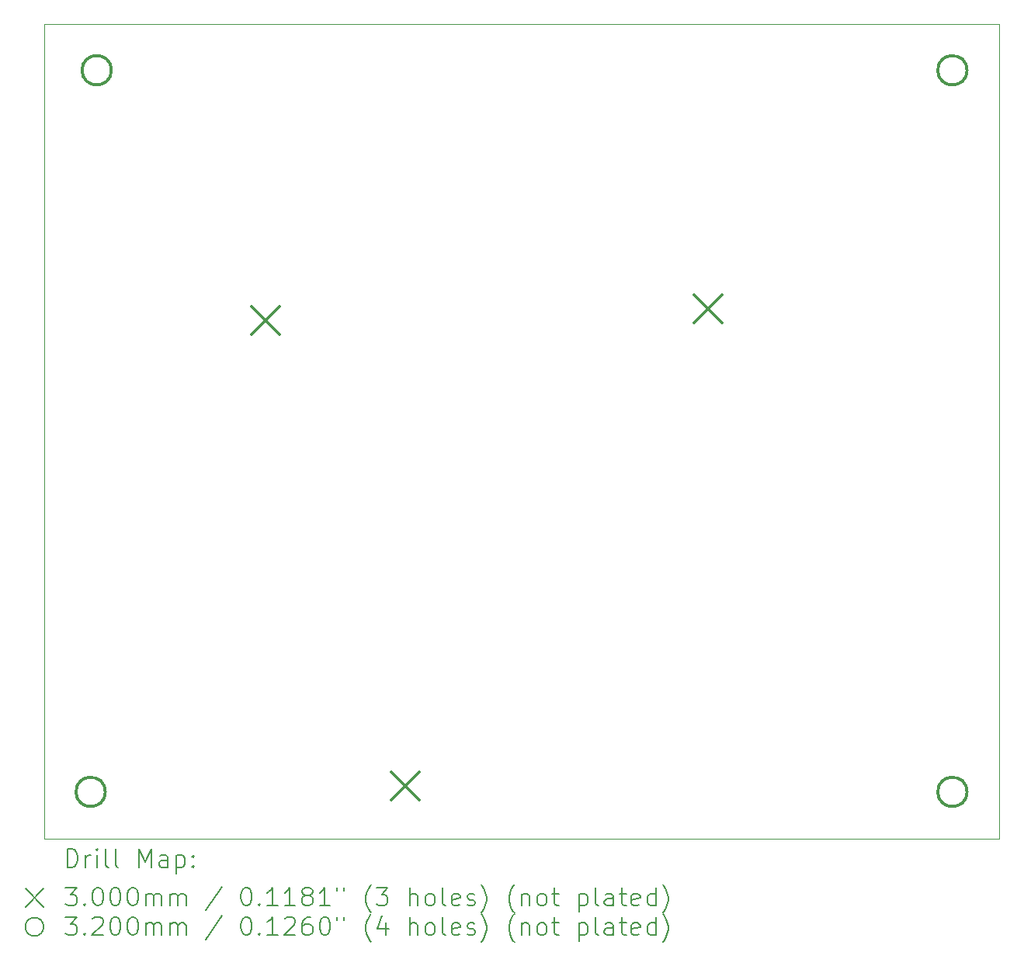
<source format=gbr>
%TF.GenerationSoftware,KiCad,Pcbnew,(6.0.11)*%
%TF.CreationDate,2023-03-04T13:30:12-06:00*%
%TF.ProjectId,STM,53544d2e-6b69-4636-9164-5f7063625858,rev?*%
%TF.SameCoordinates,Original*%
%TF.FileFunction,Drillmap*%
%TF.FilePolarity,Positive*%
%FSLAX45Y45*%
G04 Gerber Fmt 4.5, Leading zero omitted, Abs format (unit mm)*
G04 Created by KiCad (PCBNEW (6.0.11)) date 2023-03-04 13:30:12*
%MOMM*%
%LPD*%
G01*
G04 APERTURE LIST*
%ADD10C,0.100000*%
%ADD11C,0.200000*%
%ADD12C,0.300000*%
%ADD13C,0.320000*%
G04 APERTURE END LIST*
D10*
X15748000Y-14478000D02*
X15748000Y-5588000D01*
X15748000Y-5588000D02*
X5334000Y-5588000D01*
X5334000Y-14478000D02*
X15748000Y-14478000D01*
X5334000Y-5588000D02*
X5334000Y-14478000D01*
D11*
D12*
X7597000Y-8678000D02*
X7897000Y-8978000D01*
X7897000Y-8678000D02*
X7597000Y-8978000D01*
X9121000Y-13758000D02*
X9421000Y-14058000D01*
X9421000Y-13758000D02*
X9121000Y-14058000D01*
X12423000Y-8551000D02*
X12723000Y-8851000D01*
X12723000Y-8551000D02*
X12423000Y-8851000D01*
D13*
X6002000Y-13970000D02*
G75*
G03*
X6002000Y-13970000I-160000J0D01*
G01*
X6068000Y-6096000D02*
G75*
G03*
X6068000Y-6096000I-160000J0D01*
G01*
X15400000Y-6096000D02*
G75*
G03*
X15400000Y-6096000I-160000J0D01*
G01*
X15400000Y-13970000D02*
G75*
G03*
X15400000Y-13970000I-160000J0D01*
G01*
D11*
X5586619Y-14793476D02*
X5586619Y-14593476D01*
X5634238Y-14593476D01*
X5662809Y-14603000D01*
X5681857Y-14622048D01*
X5691381Y-14641095D01*
X5700905Y-14679190D01*
X5700905Y-14707762D01*
X5691381Y-14745857D01*
X5681857Y-14764905D01*
X5662809Y-14783952D01*
X5634238Y-14793476D01*
X5586619Y-14793476D01*
X5786619Y-14793476D02*
X5786619Y-14660143D01*
X5786619Y-14698238D02*
X5796143Y-14679190D01*
X5805667Y-14669667D01*
X5824714Y-14660143D01*
X5843762Y-14660143D01*
X5910428Y-14793476D02*
X5910428Y-14660143D01*
X5910428Y-14593476D02*
X5900905Y-14603000D01*
X5910428Y-14612524D01*
X5919952Y-14603000D01*
X5910428Y-14593476D01*
X5910428Y-14612524D01*
X6034238Y-14793476D02*
X6015190Y-14783952D01*
X6005667Y-14764905D01*
X6005667Y-14593476D01*
X6139000Y-14793476D02*
X6119952Y-14783952D01*
X6110428Y-14764905D01*
X6110428Y-14593476D01*
X6367571Y-14793476D02*
X6367571Y-14593476D01*
X6434238Y-14736333D01*
X6500905Y-14593476D01*
X6500905Y-14793476D01*
X6681857Y-14793476D02*
X6681857Y-14688714D01*
X6672333Y-14669667D01*
X6653286Y-14660143D01*
X6615190Y-14660143D01*
X6596143Y-14669667D01*
X6681857Y-14783952D02*
X6662809Y-14793476D01*
X6615190Y-14793476D01*
X6596143Y-14783952D01*
X6586619Y-14764905D01*
X6586619Y-14745857D01*
X6596143Y-14726809D01*
X6615190Y-14717286D01*
X6662809Y-14717286D01*
X6681857Y-14707762D01*
X6777095Y-14660143D02*
X6777095Y-14860143D01*
X6777095Y-14669667D02*
X6796143Y-14660143D01*
X6834238Y-14660143D01*
X6853286Y-14669667D01*
X6862809Y-14679190D01*
X6872333Y-14698238D01*
X6872333Y-14755381D01*
X6862809Y-14774428D01*
X6853286Y-14783952D01*
X6834238Y-14793476D01*
X6796143Y-14793476D01*
X6777095Y-14783952D01*
X6958048Y-14774428D02*
X6967571Y-14783952D01*
X6958048Y-14793476D01*
X6948524Y-14783952D01*
X6958048Y-14774428D01*
X6958048Y-14793476D01*
X6958048Y-14669667D02*
X6967571Y-14679190D01*
X6958048Y-14688714D01*
X6948524Y-14679190D01*
X6958048Y-14669667D01*
X6958048Y-14688714D01*
X5129000Y-15023000D02*
X5329000Y-15223000D01*
X5329000Y-15023000D02*
X5129000Y-15223000D01*
X5567571Y-15013476D02*
X5691381Y-15013476D01*
X5624714Y-15089667D01*
X5653286Y-15089667D01*
X5672333Y-15099190D01*
X5681857Y-15108714D01*
X5691381Y-15127762D01*
X5691381Y-15175381D01*
X5681857Y-15194428D01*
X5672333Y-15203952D01*
X5653286Y-15213476D01*
X5596143Y-15213476D01*
X5577095Y-15203952D01*
X5567571Y-15194428D01*
X5777095Y-15194428D02*
X5786619Y-15203952D01*
X5777095Y-15213476D01*
X5767571Y-15203952D01*
X5777095Y-15194428D01*
X5777095Y-15213476D01*
X5910428Y-15013476D02*
X5929476Y-15013476D01*
X5948524Y-15023000D01*
X5958048Y-15032524D01*
X5967571Y-15051571D01*
X5977095Y-15089667D01*
X5977095Y-15137286D01*
X5967571Y-15175381D01*
X5958048Y-15194428D01*
X5948524Y-15203952D01*
X5929476Y-15213476D01*
X5910428Y-15213476D01*
X5891381Y-15203952D01*
X5881857Y-15194428D01*
X5872333Y-15175381D01*
X5862809Y-15137286D01*
X5862809Y-15089667D01*
X5872333Y-15051571D01*
X5881857Y-15032524D01*
X5891381Y-15023000D01*
X5910428Y-15013476D01*
X6100905Y-15013476D02*
X6119952Y-15013476D01*
X6139000Y-15023000D01*
X6148524Y-15032524D01*
X6158048Y-15051571D01*
X6167571Y-15089667D01*
X6167571Y-15137286D01*
X6158048Y-15175381D01*
X6148524Y-15194428D01*
X6139000Y-15203952D01*
X6119952Y-15213476D01*
X6100905Y-15213476D01*
X6081857Y-15203952D01*
X6072333Y-15194428D01*
X6062809Y-15175381D01*
X6053286Y-15137286D01*
X6053286Y-15089667D01*
X6062809Y-15051571D01*
X6072333Y-15032524D01*
X6081857Y-15023000D01*
X6100905Y-15013476D01*
X6291381Y-15013476D02*
X6310428Y-15013476D01*
X6329476Y-15023000D01*
X6339000Y-15032524D01*
X6348524Y-15051571D01*
X6358048Y-15089667D01*
X6358048Y-15137286D01*
X6348524Y-15175381D01*
X6339000Y-15194428D01*
X6329476Y-15203952D01*
X6310428Y-15213476D01*
X6291381Y-15213476D01*
X6272333Y-15203952D01*
X6262809Y-15194428D01*
X6253286Y-15175381D01*
X6243762Y-15137286D01*
X6243762Y-15089667D01*
X6253286Y-15051571D01*
X6262809Y-15032524D01*
X6272333Y-15023000D01*
X6291381Y-15013476D01*
X6443762Y-15213476D02*
X6443762Y-15080143D01*
X6443762Y-15099190D02*
X6453286Y-15089667D01*
X6472333Y-15080143D01*
X6500905Y-15080143D01*
X6519952Y-15089667D01*
X6529476Y-15108714D01*
X6529476Y-15213476D01*
X6529476Y-15108714D02*
X6539000Y-15089667D01*
X6558048Y-15080143D01*
X6586619Y-15080143D01*
X6605667Y-15089667D01*
X6615190Y-15108714D01*
X6615190Y-15213476D01*
X6710428Y-15213476D02*
X6710428Y-15080143D01*
X6710428Y-15099190D02*
X6719952Y-15089667D01*
X6739000Y-15080143D01*
X6767571Y-15080143D01*
X6786619Y-15089667D01*
X6796143Y-15108714D01*
X6796143Y-15213476D01*
X6796143Y-15108714D02*
X6805667Y-15089667D01*
X6824714Y-15080143D01*
X6853286Y-15080143D01*
X6872333Y-15089667D01*
X6881857Y-15108714D01*
X6881857Y-15213476D01*
X7272333Y-15003952D02*
X7100905Y-15261095D01*
X7529476Y-15013476D02*
X7548524Y-15013476D01*
X7567571Y-15023000D01*
X7577095Y-15032524D01*
X7586619Y-15051571D01*
X7596143Y-15089667D01*
X7596143Y-15137286D01*
X7586619Y-15175381D01*
X7577095Y-15194428D01*
X7567571Y-15203952D01*
X7548524Y-15213476D01*
X7529476Y-15213476D01*
X7510428Y-15203952D01*
X7500905Y-15194428D01*
X7491381Y-15175381D01*
X7481857Y-15137286D01*
X7481857Y-15089667D01*
X7491381Y-15051571D01*
X7500905Y-15032524D01*
X7510428Y-15023000D01*
X7529476Y-15013476D01*
X7681857Y-15194428D02*
X7691381Y-15203952D01*
X7681857Y-15213476D01*
X7672333Y-15203952D01*
X7681857Y-15194428D01*
X7681857Y-15213476D01*
X7881857Y-15213476D02*
X7767571Y-15213476D01*
X7824714Y-15213476D02*
X7824714Y-15013476D01*
X7805667Y-15042048D01*
X7786619Y-15061095D01*
X7767571Y-15070619D01*
X8072333Y-15213476D02*
X7958048Y-15213476D01*
X8015190Y-15213476D02*
X8015190Y-15013476D01*
X7996143Y-15042048D01*
X7977095Y-15061095D01*
X7958048Y-15070619D01*
X8186619Y-15099190D02*
X8167571Y-15089667D01*
X8158048Y-15080143D01*
X8148524Y-15061095D01*
X8148524Y-15051571D01*
X8158048Y-15032524D01*
X8167571Y-15023000D01*
X8186619Y-15013476D01*
X8224714Y-15013476D01*
X8243762Y-15023000D01*
X8253286Y-15032524D01*
X8262809Y-15051571D01*
X8262809Y-15061095D01*
X8253286Y-15080143D01*
X8243762Y-15089667D01*
X8224714Y-15099190D01*
X8186619Y-15099190D01*
X8167571Y-15108714D01*
X8158048Y-15118238D01*
X8148524Y-15137286D01*
X8148524Y-15175381D01*
X8158048Y-15194428D01*
X8167571Y-15203952D01*
X8186619Y-15213476D01*
X8224714Y-15213476D01*
X8243762Y-15203952D01*
X8253286Y-15194428D01*
X8262809Y-15175381D01*
X8262809Y-15137286D01*
X8253286Y-15118238D01*
X8243762Y-15108714D01*
X8224714Y-15099190D01*
X8453286Y-15213476D02*
X8339000Y-15213476D01*
X8396143Y-15213476D02*
X8396143Y-15013476D01*
X8377095Y-15042048D01*
X8358048Y-15061095D01*
X8339000Y-15070619D01*
X8529476Y-15013476D02*
X8529476Y-15051571D01*
X8605667Y-15013476D02*
X8605667Y-15051571D01*
X8900905Y-15289667D02*
X8891381Y-15280143D01*
X8872333Y-15251571D01*
X8862810Y-15232524D01*
X8853286Y-15203952D01*
X8843762Y-15156333D01*
X8843762Y-15118238D01*
X8853286Y-15070619D01*
X8862810Y-15042048D01*
X8872333Y-15023000D01*
X8891381Y-14994428D01*
X8900905Y-14984905D01*
X8958048Y-15013476D02*
X9081857Y-15013476D01*
X9015190Y-15089667D01*
X9043762Y-15089667D01*
X9062810Y-15099190D01*
X9072333Y-15108714D01*
X9081857Y-15127762D01*
X9081857Y-15175381D01*
X9072333Y-15194428D01*
X9062810Y-15203952D01*
X9043762Y-15213476D01*
X8986619Y-15213476D01*
X8967571Y-15203952D01*
X8958048Y-15194428D01*
X9319952Y-15213476D02*
X9319952Y-15013476D01*
X9405667Y-15213476D02*
X9405667Y-15108714D01*
X9396143Y-15089667D01*
X9377095Y-15080143D01*
X9348524Y-15080143D01*
X9329476Y-15089667D01*
X9319952Y-15099190D01*
X9529476Y-15213476D02*
X9510429Y-15203952D01*
X9500905Y-15194428D01*
X9491381Y-15175381D01*
X9491381Y-15118238D01*
X9500905Y-15099190D01*
X9510429Y-15089667D01*
X9529476Y-15080143D01*
X9558048Y-15080143D01*
X9577095Y-15089667D01*
X9586619Y-15099190D01*
X9596143Y-15118238D01*
X9596143Y-15175381D01*
X9586619Y-15194428D01*
X9577095Y-15203952D01*
X9558048Y-15213476D01*
X9529476Y-15213476D01*
X9710429Y-15213476D02*
X9691381Y-15203952D01*
X9681857Y-15184905D01*
X9681857Y-15013476D01*
X9862810Y-15203952D02*
X9843762Y-15213476D01*
X9805667Y-15213476D01*
X9786619Y-15203952D01*
X9777095Y-15184905D01*
X9777095Y-15108714D01*
X9786619Y-15089667D01*
X9805667Y-15080143D01*
X9843762Y-15080143D01*
X9862810Y-15089667D01*
X9872333Y-15108714D01*
X9872333Y-15127762D01*
X9777095Y-15146809D01*
X9948524Y-15203952D02*
X9967571Y-15213476D01*
X10005667Y-15213476D01*
X10024714Y-15203952D01*
X10034238Y-15184905D01*
X10034238Y-15175381D01*
X10024714Y-15156333D01*
X10005667Y-15146809D01*
X9977095Y-15146809D01*
X9958048Y-15137286D01*
X9948524Y-15118238D01*
X9948524Y-15108714D01*
X9958048Y-15089667D01*
X9977095Y-15080143D01*
X10005667Y-15080143D01*
X10024714Y-15089667D01*
X10100905Y-15289667D02*
X10110429Y-15280143D01*
X10129476Y-15251571D01*
X10139000Y-15232524D01*
X10148524Y-15203952D01*
X10158048Y-15156333D01*
X10158048Y-15118238D01*
X10148524Y-15070619D01*
X10139000Y-15042048D01*
X10129476Y-15023000D01*
X10110429Y-14994428D01*
X10100905Y-14984905D01*
X10462810Y-15289667D02*
X10453286Y-15280143D01*
X10434238Y-15251571D01*
X10424714Y-15232524D01*
X10415190Y-15203952D01*
X10405667Y-15156333D01*
X10405667Y-15118238D01*
X10415190Y-15070619D01*
X10424714Y-15042048D01*
X10434238Y-15023000D01*
X10453286Y-14994428D01*
X10462810Y-14984905D01*
X10539000Y-15080143D02*
X10539000Y-15213476D01*
X10539000Y-15099190D02*
X10548524Y-15089667D01*
X10567571Y-15080143D01*
X10596143Y-15080143D01*
X10615190Y-15089667D01*
X10624714Y-15108714D01*
X10624714Y-15213476D01*
X10748524Y-15213476D02*
X10729476Y-15203952D01*
X10719952Y-15194428D01*
X10710429Y-15175381D01*
X10710429Y-15118238D01*
X10719952Y-15099190D01*
X10729476Y-15089667D01*
X10748524Y-15080143D01*
X10777095Y-15080143D01*
X10796143Y-15089667D01*
X10805667Y-15099190D01*
X10815190Y-15118238D01*
X10815190Y-15175381D01*
X10805667Y-15194428D01*
X10796143Y-15203952D01*
X10777095Y-15213476D01*
X10748524Y-15213476D01*
X10872333Y-15080143D02*
X10948524Y-15080143D01*
X10900905Y-15013476D02*
X10900905Y-15184905D01*
X10910429Y-15203952D01*
X10929476Y-15213476D01*
X10948524Y-15213476D01*
X11167571Y-15080143D02*
X11167571Y-15280143D01*
X11167571Y-15089667D02*
X11186619Y-15080143D01*
X11224714Y-15080143D01*
X11243762Y-15089667D01*
X11253286Y-15099190D01*
X11262809Y-15118238D01*
X11262809Y-15175381D01*
X11253286Y-15194428D01*
X11243762Y-15203952D01*
X11224714Y-15213476D01*
X11186619Y-15213476D01*
X11167571Y-15203952D01*
X11377095Y-15213476D02*
X11358048Y-15203952D01*
X11348524Y-15184905D01*
X11348524Y-15013476D01*
X11539000Y-15213476D02*
X11539000Y-15108714D01*
X11529476Y-15089667D01*
X11510428Y-15080143D01*
X11472333Y-15080143D01*
X11453286Y-15089667D01*
X11539000Y-15203952D02*
X11519952Y-15213476D01*
X11472333Y-15213476D01*
X11453286Y-15203952D01*
X11443762Y-15184905D01*
X11443762Y-15165857D01*
X11453286Y-15146809D01*
X11472333Y-15137286D01*
X11519952Y-15137286D01*
X11539000Y-15127762D01*
X11605667Y-15080143D02*
X11681857Y-15080143D01*
X11634238Y-15013476D02*
X11634238Y-15184905D01*
X11643762Y-15203952D01*
X11662809Y-15213476D01*
X11681857Y-15213476D01*
X11824714Y-15203952D02*
X11805667Y-15213476D01*
X11767571Y-15213476D01*
X11748524Y-15203952D01*
X11739000Y-15184905D01*
X11739000Y-15108714D01*
X11748524Y-15089667D01*
X11767571Y-15080143D01*
X11805667Y-15080143D01*
X11824714Y-15089667D01*
X11834238Y-15108714D01*
X11834238Y-15127762D01*
X11739000Y-15146809D01*
X12005667Y-15213476D02*
X12005667Y-15013476D01*
X12005667Y-15203952D02*
X11986619Y-15213476D01*
X11948524Y-15213476D01*
X11929476Y-15203952D01*
X11919952Y-15194428D01*
X11910428Y-15175381D01*
X11910428Y-15118238D01*
X11919952Y-15099190D01*
X11929476Y-15089667D01*
X11948524Y-15080143D01*
X11986619Y-15080143D01*
X12005667Y-15089667D01*
X12081857Y-15289667D02*
X12091381Y-15280143D01*
X12110428Y-15251571D01*
X12119952Y-15232524D01*
X12129476Y-15203952D01*
X12139000Y-15156333D01*
X12139000Y-15118238D01*
X12129476Y-15070619D01*
X12119952Y-15042048D01*
X12110428Y-15023000D01*
X12091381Y-14994428D01*
X12081857Y-14984905D01*
X5329000Y-15443000D02*
G75*
G03*
X5329000Y-15443000I-100000J0D01*
G01*
X5567571Y-15333476D02*
X5691381Y-15333476D01*
X5624714Y-15409667D01*
X5653286Y-15409667D01*
X5672333Y-15419190D01*
X5681857Y-15428714D01*
X5691381Y-15447762D01*
X5691381Y-15495381D01*
X5681857Y-15514428D01*
X5672333Y-15523952D01*
X5653286Y-15533476D01*
X5596143Y-15533476D01*
X5577095Y-15523952D01*
X5567571Y-15514428D01*
X5777095Y-15514428D02*
X5786619Y-15523952D01*
X5777095Y-15533476D01*
X5767571Y-15523952D01*
X5777095Y-15514428D01*
X5777095Y-15533476D01*
X5862809Y-15352524D02*
X5872333Y-15343000D01*
X5891381Y-15333476D01*
X5939000Y-15333476D01*
X5958048Y-15343000D01*
X5967571Y-15352524D01*
X5977095Y-15371571D01*
X5977095Y-15390619D01*
X5967571Y-15419190D01*
X5853286Y-15533476D01*
X5977095Y-15533476D01*
X6100905Y-15333476D02*
X6119952Y-15333476D01*
X6139000Y-15343000D01*
X6148524Y-15352524D01*
X6158048Y-15371571D01*
X6167571Y-15409667D01*
X6167571Y-15457286D01*
X6158048Y-15495381D01*
X6148524Y-15514428D01*
X6139000Y-15523952D01*
X6119952Y-15533476D01*
X6100905Y-15533476D01*
X6081857Y-15523952D01*
X6072333Y-15514428D01*
X6062809Y-15495381D01*
X6053286Y-15457286D01*
X6053286Y-15409667D01*
X6062809Y-15371571D01*
X6072333Y-15352524D01*
X6081857Y-15343000D01*
X6100905Y-15333476D01*
X6291381Y-15333476D02*
X6310428Y-15333476D01*
X6329476Y-15343000D01*
X6339000Y-15352524D01*
X6348524Y-15371571D01*
X6358048Y-15409667D01*
X6358048Y-15457286D01*
X6348524Y-15495381D01*
X6339000Y-15514428D01*
X6329476Y-15523952D01*
X6310428Y-15533476D01*
X6291381Y-15533476D01*
X6272333Y-15523952D01*
X6262809Y-15514428D01*
X6253286Y-15495381D01*
X6243762Y-15457286D01*
X6243762Y-15409667D01*
X6253286Y-15371571D01*
X6262809Y-15352524D01*
X6272333Y-15343000D01*
X6291381Y-15333476D01*
X6443762Y-15533476D02*
X6443762Y-15400143D01*
X6443762Y-15419190D02*
X6453286Y-15409667D01*
X6472333Y-15400143D01*
X6500905Y-15400143D01*
X6519952Y-15409667D01*
X6529476Y-15428714D01*
X6529476Y-15533476D01*
X6529476Y-15428714D02*
X6539000Y-15409667D01*
X6558048Y-15400143D01*
X6586619Y-15400143D01*
X6605667Y-15409667D01*
X6615190Y-15428714D01*
X6615190Y-15533476D01*
X6710428Y-15533476D02*
X6710428Y-15400143D01*
X6710428Y-15419190D02*
X6719952Y-15409667D01*
X6739000Y-15400143D01*
X6767571Y-15400143D01*
X6786619Y-15409667D01*
X6796143Y-15428714D01*
X6796143Y-15533476D01*
X6796143Y-15428714D02*
X6805667Y-15409667D01*
X6824714Y-15400143D01*
X6853286Y-15400143D01*
X6872333Y-15409667D01*
X6881857Y-15428714D01*
X6881857Y-15533476D01*
X7272333Y-15323952D02*
X7100905Y-15581095D01*
X7529476Y-15333476D02*
X7548524Y-15333476D01*
X7567571Y-15343000D01*
X7577095Y-15352524D01*
X7586619Y-15371571D01*
X7596143Y-15409667D01*
X7596143Y-15457286D01*
X7586619Y-15495381D01*
X7577095Y-15514428D01*
X7567571Y-15523952D01*
X7548524Y-15533476D01*
X7529476Y-15533476D01*
X7510428Y-15523952D01*
X7500905Y-15514428D01*
X7491381Y-15495381D01*
X7481857Y-15457286D01*
X7481857Y-15409667D01*
X7491381Y-15371571D01*
X7500905Y-15352524D01*
X7510428Y-15343000D01*
X7529476Y-15333476D01*
X7681857Y-15514428D02*
X7691381Y-15523952D01*
X7681857Y-15533476D01*
X7672333Y-15523952D01*
X7681857Y-15514428D01*
X7681857Y-15533476D01*
X7881857Y-15533476D02*
X7767571Y-15533476D01*
X7824714Y-15533476D02*
X7824714Y-15333476D01*
X7805667Y-15362048D01*
X7786619Y-15381095D01*
X7767571Y-15390619D01*
X7958048Y-15352524D02*
X7967571Y-15343000D01*
X7986619Y-15333476D01*
X8034238Y-15333476D01*
X8053286Y-15343000D01*
X8062809Y-15352524D01*
X8072333Y-15371571D01*
X8072333Y-15390619D01*
X8062809Y-15419190D01*
X7948524Y-15533476D01*
X8072333Y-15533476D01*
X8243762Y-15333476D02*
X8205667Y-15333476D01*
X8186619Y-15343000D01*
X8177095Y-15352524D01*
X8158048Y-15381095D01*
X8148524Y-15419190D01*
X8148524Y-15495381D01*
X8158048Y-15514428D01*
X8167571Y-15523952D01*
X8186619Y-15533476D01*
X8224714Y-15533476D01*
X8243762Y-15523952D01*
X8253286Y-15514428D01*
X8262809Y-15495381D01*
X8262809Y-15447762D01*
X8253286Y-15428714D01*
X8243762Y-15419190D01*
X8224714Y-15409667D01*
X8186619Y-15409667D01*
X8167571Y-15419190D01*
X8158048Y-15428714D01*
X8148524Y-15447762D01*
X8386619Y-15333476D02*
X8405667Y-15333476D01*
X8424714Y-15343000D01*
X8434238Y-15352524D01*
X8443762Y-15371571D01*
X8453286Y-15409667D01*
X8453286Y-15457286D01*
X8443762Y-15495381D01*
X8434238Y-15514428D01*
X8424714Y-15523952D01*
X8405667Y-15533476D01*
X8386619Y-15533476D01*
X8367571Y-15523952D01*
X8358048Y-15514428D01*
X8348524Y-15495381D01*
X8339000Y-15457286D01*
X8339000Y-15409667D01*
X8348524Y-15371571D01*
X8358048Y-15352524D01*
X8367571Y-15343000D01*
X8386619Y-15333476D01*
X8529476Y-15333476D02*
X8529476Y-15371571D01*
X8605667Y-15333476D02*
X8605667Y-15371571D01*
X8900905Y-15609667D02*
X8891381Y-15600143D01*
X8872333Y-15571571D01*
X8862810Y-15552524D01*
X8853286Y-15523952D01*
X8843762Y-15476333D01*
X8843762Y-15438238D01*
X8853286Y-15390619D01*
X8862810Y-15362048D01*
X8872333Y-15343000D01*
X8891381Y-15314428D01*
X8900905Y-15304905D01*
X9062810Y-15400143D02*
X9062810Y-15533476D01*
X9015190Y-15323952D02*
X8967571Y-15466809D01*
X9091381Y-15466809D01*
X9319952Y-15533476D02*
X9319952Y-15333476D01*
X9405667Y-15533476D02*
X9405667Y-15428714D01*
X9396143Y-15409667D01*
X9377095Y-15400143D01*
X9348524Y-15400143D01*
X9329476Y-15409667D01*
X9319952Y-15419190D01*
X9529476Y-15533476D02*
X9510429Y-15523952D01*
X9500905Y-15514428D01*
X9491381Y-15495381D01*
X9491381Y-15438238D01*
X9500905Y-15419190D01*
X9510429Y-15409667D01*
X9529476Y-15400143D01*
X9558048Y-15400143D01*
X9577095Y-15409667D01*
X9586619Y-15419190D01*
X9596143Y-15438238D01*
X9596143Y-15495381D01*
X9586619Y-15514428D01*
X9577095Y-15523952D01*
X9558048Y-15533476D01*
X9529476Y-15533476D01*
X9710429Y-15533476D02*
X9691381Y-15523952D01*
X9681857Y-15504905D01*
X9681857Y-15333476D01*
X9862810Y-15523952D02*
X9843762Y-15533476D01*
X9805667Y-15533476D01*
X9786619Y-15523952D01*
X9777095Y-15504905D01*
X9777095Y-15428714D01*
X9786619Y-15409667D01*
X9805667Y-15400143D01*
X9843762Y-15400143D01*
X9862810Y-15409667D01*
X9872333Y-15428714D01*
X9872333Y-15447762D01*
X9777095Y-15466809D01*
X9948524Y-15523952D02*
X9967571Y-15533476D01*
X10005667Y-15533476D01*
X10024714Y-15523952D01*
X10034238Y-15504905D01*
X10034238Y-15495381D01*
X10024714Y-15476333D01*
X10005667Y-15466809D01*
X9977095Y-15466809D01*
X9958048Y-15457286D01*
X9948524Y-15438238D01*
X9948524Y-15428714D01*
X9958048Y-15409667D01*
X9977095Y-15400143D01*
X10005667Y-15400143D01*
X10024714Y-15409667D01*
X10100905Y-15609667D02*
X10110429Y-15600143D01*
X10129476Y-15571571D01*
X10139000Y-15552524D01*
X10148524Y-15523952D01*
X10158048Y-15476333D01*
X10158048Y-15438238D01*
X10148524Y-15390619D01*
X10139000Y-15362048D01*
X10129476Y-15343000D01*
X10110429Y-15314428D01*
X10100905Y-15304905D01*
X10462810Y-15609667D02*
X10453286Y-15600143D01*
X10434238Y-15571571D01*
X10424714Y-15552524D01*
X10415190Y-15523952D01*
X10405667Y-15476333D01*
X10405667Y-15438238D01*
X10415190Y-15390619D01*
X10424714Y-15362048D01*
X10434238Y-15343000D01*
X10453286Y-15314428D01*
X10462810Y-15304905D01*
X10539000Y-15400143D02*
X10539000Y-15533476D01*
X10539000Y-15419190D02*
X10548524Y-15409667D01*
X10567571Y-15400143D01*
X10596143Y-15400143D01*
X10615190Y-15409667D01*
X10624714Y-15428714D01*
X10624714Y-15533476D01*
X10748524Y-15533476D02*
X10729476Y-15523952D01*
X10719952Y-15514428D01*
X10710429Y-15495381D01*
X10710429Y-15438238D01*
X10719952Y-15419190D01*
X10729476Y-15409667D01*
X10748524Y-15400143D01*
X10777095Y-15400143D01*
X10796143Y-15409667D01*
X10805667Y-15419190D01*
X10815190Y-15438238D01*
X10815190Y-15495381D01*
X10805667Y-15514428D01*
X10796143Y-15523952D01*
X10777095Y-15533476D01*
X10748524Y-15533476D01*
X10872333Y-15400143D02*
X10948524Y-15400143D01*
X10900905Y-15333476D02*
X10900905Y-15504905D01*
X10910429Y-15523952D01*
X10929476Y-15533476D01*
X10948524Y-15533476D01*
X11167571Y-15400143D02*
X11167571Y-15600143D01*
X11167571Y-15409667D02*
X11186619Y-15400143D01*
X11224714Y-15400143D01*
X11243762Y-15409667D01*
X11253286Y-15419190D01*
X11262809Y-15438238D01*
X11262809Y-15495381D01*
X11253286Y-15514428D01*
X11243762Y-15523952D01*
X11224714Y-15533476D01*
X11186619Y-15533476D01*
X11167571Y-15523952D01*
X11377095Y-15533476D02*
X11358048Y-15523952D01*
X11348524Y-15504905D01*
X11348524Y-15333476D01*
X11539000Y-15533476D02*
X11539000Y-15428714D01*
X11529476Y-15409667D01*
X11510428Y-15400143D01*
X11472333Y-15400143D01*
X11453286Y-15409667D01*
X11539000Y-15523952D02*
X11519952Y-15533476D01*
X11472333Y-15533476D01*
X11453286Y-15523952D01*
X11443762Y-15504905D01*
X11443762Y-15485857D01*
X11453286Y-15466809D01*
X11472333Y-15457286D01*
X11519952Y-15457286D01*
X11539000Y-15447762D01*
X11605667Y-15400143D02*
X11681857Y-15400143D01*
X11634238Y-15333476D02*
X11634238Y-15504905D01*
X11643762Y-15523952D01*
X11662809Y-15533476D01*
X11681857Y-15533476D01*
X11824714Y-15523952D02*
X11805667Y-15533476D01*
X11767571Y-15533476D01*
X11748524Y-15523952D01*
X11739000Y-15504905D01*
X11739000Y-15428714D01*
X11748524Y-15409667D01*
X11767571Y-15400143D01*
X11805667Y-15400143D01*
X11824714Y-15409667D01*
X11834238Y-15428714D01*
X11834238Y-15447762D01*
X11739000Y-15466809D01*
X12005667Y-15533476D02*
X12005667Y-15333476D01*
X12005667Y-15523952D02*
X11986619Y-15533476D01*
X11948524Y-15533476D01*
X11929476Y-15523952D01*
X11919952Y-15514428D01*
X11910428Y-15495381D01*
X11910428Y-15438238D01*
X11919952Y-15419190D01*
X11929476Y-15409667D01*
X11948524Y-15400143D01*
X11986619Y-15400143D01*
X12005667Y-15409667D01*
X12081857Y-15609667D02*
X12091381Y-15600143D01*
X12110428Y-15571571D01*
X12119952Y-15552524D01*
X12129476Y-15523952D01*
X12139000Y-15476333D01*
X12139000Y-15438238D01*
X12129476Y-15390619D01*
X12119952Y-15362048D01*
X12110428Y-15343000D01*
X12091381Y-15314428D01*
X12081857Y-15304905D01*
M02*

</source>
